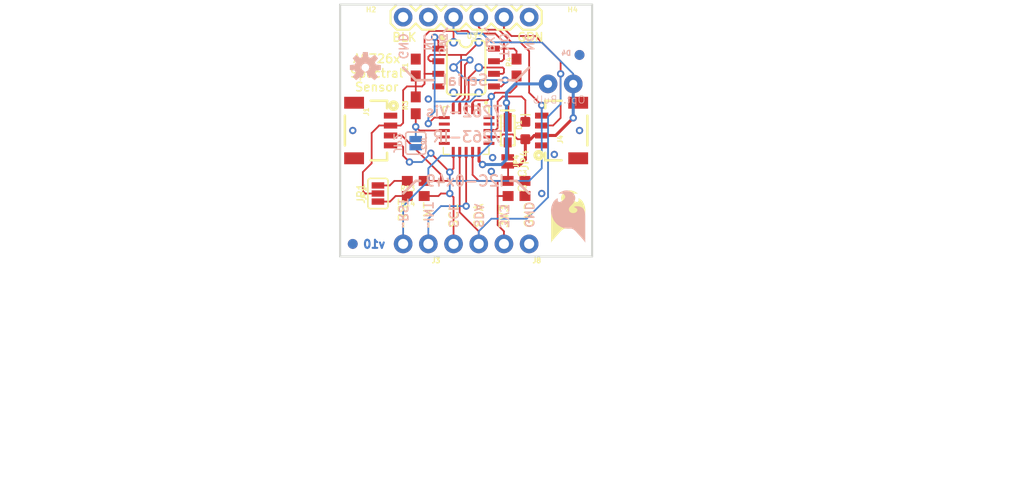
<source format=kicad_pcb>
(kicad_pcb (version 20211014) (generator pcbnew)
  (layers (0 "F.Cu" signal) (31 "B.Cu" signal) (34 "B.Paste" user) (35 "F.Paste" user) (36 "B.SilkS" user "B.Silkscreen") (37 "F.SilkS" user "F.Silkscreen") (38 "B.Mask" user) (39 "F.Mask" user) (44 "Edge.Cuts" user))
  (net 0 "")
  (net 1 "GND")
  (net 2 "RX/SCL")
  (net 3 "TX/SDA")
  (net 4 "3.3V")
  (net 5 "~{RST}")
  (net 6 "~{INT}")
  (net 7 "N$4")
  (net 8 "N$5")
  (net 9 "N$1")
  (net 10 "MISO")
  (net 11 "MOSI")
  (net 12 "SCK")
  (net 13 "~{CS_EE}")
  (net 14 "N$2")
  (net 15 "LED_DRV")
  (net 16 "N$6")
  (footprint "boardEagle:LGA20" (layer "F.Cu") (at 148.5011 105.0036 -90)
    (fp_text reference "U1" (at -1.651 -3.429 90) (layer "F.SilkS") (effects (font (size 0.722986 0.722986) (thickness 0.039014)) (justify right)))
    (fp_text value "IR")
    (pad "1" smd rect (at -2.2 -1.3) (size 0.3 1.1) (layers "F.Cu" "F.Mask"))
    (pad "2" smd rect (at -2.2 -0.65) (size 0.3 1.1) (layers "F.Cu" "F.Mask") (net 5 "~{RST}"))
    (pad "3" smd rect (at -2.2 0) (size 0.3 1.1) (layers "F.Cu" "F.Mask") (net 12 "SCK"))
    (pad "4" smd rect (at -2.2 0.65) (size 0.3 1.1) (layers "F.Cu" "F.Mask") (net 11 "MOSI"))
    (pad "5" smd rect (at -2.2 1.3) (size 0.3 1.1) (layers "F.Cu" "F.Mask") (net 10 "MISO"))
    (pad "6" smd rect (at -1.3 2.2 90) (size 0.3 1.1) (layers "F.Cu" "F.Mask") (net 13 "~{CS_EE}"))
    (pad "7" smd rect (at -0.65 2.2 90) (size 0.3 1.1) (layers "F.Cu" "F.Mask"))
    (pad "8" smd rect (at 0 2.2 90) (size 0.3 1.1) (layers "F.Cu" "F.Mask") (net 9 "N$1"))
    (pad "9" smd rect (at 0.65 2.2 90) (size 0.3 1.1) (layers "F.Cu" "F.Mask"))
    (pad "10" smd rect (at 1.3 2.2 90) (size 0.3 1.1) (layers "F.Cu" "F.Mask"))
    (pad "11" smd rect (at 2.2 1.3 180) (size 0.3 1.1) (layers "F.Cu" "F.Mask") (net 2 "RX/SCL"))
    (pad "12" smd rect (at 2.2 0.65 180) (size 0.3 1.1) (layers "F.Cu" "F.Mask") (net 3 "TX/SDA"))
    (pad "13" smd rect (at 2.2 0 180) (size 0.3 1.1) (layers "F.Cu" "F.Mask") (net 6 "~{INT}"))
    (pad "14" smd rect (at 2.2 -0.65 180) (size 0.3 1.1) (layers "F.Cu" "F.Mask") (net 4 "3.3V"))
    (pad "15" smd rect (at 2.2 -1.3 180) (size 0.3 1.1) (layers "F.Cu" "F.Mask") (net 15 "LED_DRV"))
    (pad "16" smd rect (at 1.3 -2.3 270) (size 0.3 1.1) (layers "F.Cu" "F.Mask") (net 1 "GND"))
    (pad "17" smd rect (at 0.65 -2.3 270) (size 0.3 1.1) (layers "F.Cu" "F.Mask") (net 4 "3.3V"))
    (pad "18" smd rect (at 0 -2.3 270) (size 0.3 1.1) (layers "F.Cu" "F.Mask") (net 14 "N$2"))
    (pad "19" smd rect (at -0.65 -2.3 270) (size 0.3 1.1) (layers "F.Cu" "F.Mask"))
    (pad "20" smd rect (at -1.3 -2.3 270) (size 0.3 1.1) (layers "F.Cu" "F.Mask"))
  )
  (footprint "boardEagle:REVISION" (layer "F.Cu") (at 133.2611 141.8336)
    (fp_text reference "U$2" hide)
    (fp_text value "" hide)
  )
  (footprint "boardEagle:SUPER_BRIGHT_SMD_LED_3014" (layer "F.Cu") (at 152.6921 105.0036 90)
    (fp_text reference "D2" hide)
    (fp_text value "White, 60mA" hide)
    (pad "A" smd rect (at -1.2 0 180) (size 0.8 1) (layers "F.Cu" "F.Mask") (net 16 "N$6"))
    (pad "C" smd rect (at 0.827 0 180) (size 0.8 1.9) (layers "F.Cu" "F.Mask") (net 15 "LED_DRV"))
  )
  (footprint "boardEagle:SMT-JUMPER_3_2-NC_PASTE_SILK" (layer "F.Cu") (at 139.6111 111.3536 90)
    (fp_text reference "JP1" (at 0 -1.143 90) (layer "F.SilkS") (effects (font (size 0.48768 0.48768) (thickness 0.12192)) (justify bottom)))
    (fp_text value "")
    (pad "1" smd rect (at -0.8128 0 90) (size 0.635 1.27) (layers "F.Cu" "F.Mask") (net 8 "N$5"))
    (pad "2" smd rect (at 0 0 90) (size 0.635 1.27) (layers "F.Cu" "F.Mask") (net 4 "3.3V"))
    (pad "3" smd rect (at 0.8128 0 90) (size 0.635 1.27) (layers "F.Cu" "F.Mask") (net 7 "N$4"))
  )
  (footprint "boardEagle:0603" (layer "F.Cu") (at 143.4211 98.6536 90)
    (fp_text reference "C1" (at 0 -0.762 90) (layer "F.SilkS") (effects (font (size 0.48768 0.48768) (thickness 0.12192)) (justify bottom)))
    (fp_text value "1.0uF")
    (pad "1" smd rect (at -0.85 0 90) (size 1.1 1) (layers "F.Cu" "F.Paste" "F.Mask") (net 4 "3.3V"))
    (pad "2" smd rect (at 0.85 0 90) (size 1.1 1) (layers "F.Cu" "F.Paste" "F.Mask") (net 1 "GND"))
  )
  (footprint "boardEagle:STAND-OFF" (layer "F.Cu") (at 138.3411 94.8436)
    (fp_text reference "H2" (at 0 -2.032) (layer "F.SilkS") (effects (font (size 0.512064 0.512064) (thickness 0.097536)) (justify left)))
    (fp_text value "STAND-OFF" hide)
    (pad "" np_thru_hole circle (at 0 0) (size 3.302 3.302) (drill 3.302) (layers *.Cu *.Mask))
  )
  (footprint "boardEagle:0603" (layer "F.Cu") (at 153.5811 98.6536 90)
    (fp_text reference "R4" (at 0 -0.762 90) (layer "F.SilkS") (effects (font (size 0.512064 0.512064) (thickness 0.097536)) (justify left)))
    (fp_text value "10k")
    (pad "1" smd rect (at -0.85 0 90) (size 1.1 1) (layers "F.Cu" "F.Paste" "F.Mask") (net 5 "~{RST}"))
    (pad "2" smd rect (at 0.85 0 90) (size 1.1 1) (layers "F.Cu" "F.Paste" "F.Mask") (net 4 "3.3V"))
  )
  (footprint "boardEagle:LED-0603" (layer "F.Cu") (at 154.4701 105.0036 90)
    (fp_text reference "D1" (at 0 -0.635 90) (layer "F.SilkS") (effects (font (size 0.512064 0.512064) (thickness 0.097536)) (justify left)))
    (fp_text value "BLUE")
    (pad "A" smd roundrect (at -0.877 0) (size 1 1) (layers "F.Cu" "F.Paste" "F.Mask") (roundrect_rratio 0.15) (net 4 "3.3V"))
    (pad "C" smd roundrect (at 0.877 0) (size 1 1) (layers "F.Cu" "F.Paste" "F.Mask") (roundrect_rratio 0.15) (net 14 "N$2"))
  )
  (footprint "boardEagle:STAND-OFF" (layer "F.Cu") (at 158.6611 94.8436)
    (fp_text reference "H4" (at 0 -2.032) (layer "F.SilkS") (effects (font (size 0.512064 0.512064) (thickness 0.097536)) (justify left)))
    (fp_text value "STAND-OFF" hide)
    (pad "" np_thru_hole circle (at 0 0) (size 3.302 3.302) (drill 3.302) (layers *.Cu *.Mask))
  )
  (footprint "boardEagle:0603" (layer "F.Cu") (at 143.4211 102.4636 90)
    (fp_text reference "R3" (at 0 -0.762 90) (layer "F.SilkS") (effects (font (size 0.48768 0.48768) (thickness 0.12192)) (justify bottom)))
    (fp_text value "10k")
    (pad "1" smd rect (at -0.85 0 90) (size 1.1 1) (layers "F.Cu" "F.Paste" "F.Mask") (net 9 "N$1"))
    (pad "2" smd rect (at 0.85 0 90) (size 1.1 1) (layers "F.Cu" "F.Paste" "F.Mask") (net 4 "3.3V"))
  )
  (footprint "boardEagle:SFE_LOGO_FLAME_.2" (layer "F.Cu") (at 156.7561 116.4336)
    (fp_text reference "LOGO1" hide)
    (fp_text value "SFE_LOGO_FLAME.2_INCH" hide)
  )
  (footprint "boardEagle:1X04_1MM_RA" (layer "F.Cu") (at 156.1211 105.0036 90)
    (fp_text reference "J4" (at -1.397 2.159 90) (layer "F.SilkS") (effects (font (size 0.48768 0.48768) (thickness 0.12192)) (justify left bottom)))
    (fp_text value "Qwiic Right Angle")
    (pad "1" smd rect (at -1.5 0 90) (size 0.6 1.35) (layers "F.Cu" "F.Paste" "F.Mask") (net 1 "GND"))
    (pad "2" smd rect (at -0.5 0 90) (size 0.6 1.35) (layers "F.Cu" "F.Paste" "F.Mask") (net 4 "3.3V"))
    (pad "3" smd rect (at 0.5 0 90) (size 0.6 1.35) (layers "F.Cu" "F.Paste" "F.Mask") (net 3 "TX/SDA"))
    (pad "4" smd rect (at 1.5 0 90) (size 0.6 1.35) (layers "F.Cu" "F.Paste" "F.Mask") (net 2 "RX/SCL"))
    (pad "NC1" smd rect (at 2.8 3.675 90) (size 1.2 2) (layers "F.Cu" "F.Paste" "F.Mask"))
    (pad "NC2" smd rect (at -2.8 3.675 90) (size 1.2 2) (layers "F.Cu" "F.Paste" "F.Mask"))
  )
  (footprint "boardEagle:0603" (layer "F.Cu") (at 143.4211 111.6076 180)
    (fp_text reference "R14" (at 0 -0.762) (layer "F.SilkS") (effects (font (size 0.512064 0.512064) (thickness 0.097536)) (justify right)))
    (fp_text value "4.7k")
    (pad "1" smd rect (at -0.85 0 180) (size 1.1 1) (layers "F.Cu" "F.Paste" "F.Mask") (net 2 "RX/SCL"))
    (pad "2" smd rect (at 0.85 0 180) (size 1.1 1) (layers "F.Cu" "F.Paste" "F.Mask") (net 8 "N$5"))
  )
  (footprint "boardEagle:FTDI_BASIC" (layer "F.Cu") (at 154.8511 93.5736 180)
    (fp_text reference "J2" (at 4.572 -1.651) (layer "F.SilkS") (effects (font (size 0.512064 0.512064) (thickness 0.097536)) (justify right)))
    (fp_text value "Serial Interface" hide)
    (pad "CTS" thru_hole circle (at 10.16 0 270) (size 1.8796 1.8796) (drill 1.016) (layers *.Cu *.Mask))
    (pad "DTR" thru_hole circle (at 0 0 270) (size 1.8796 1.8796) (drill 1.016) (layers *.Cu *.Mask))
    (pad "GND" thru_hole circle (at 12.7 0 270) (size 1.8796 1.8796) (drill 1.016) (layers *.Cu *.Mask) (net 1 "GND"))
    (pad "RXI" thru_hole circle (at 2.54 0 270) (size 1.8796 1.8796) (drill 1.016) (layers *.Cu *.Mask) (net 3 "TX/SDA"))
    (pad "TXO" thru_hole circle (at 5.08 0 270) (size 1.8796 1.8796) (drill 1.016) (layers *.Cu *.Mask) (net 2 "RX/SCL"))
    (pad "VCC" thru_hole circle (at 7.62 0 270) (size 1.8796 1.8796) (drill 1.016) (layers *.Cu *.Mask) (net 4 "3.3V"))
  )
  (footprint "boardEagle:0603" (layer "F.Cu") (at 153.5811 110.0836)
    (fp_text reference "C3" (at 0 -0.762) (layer "F.SilkS") (effects (font (size 0.512064 0.512064) (thickness 0.097536)) (justify left)))
    (fp_text value "10uF")
    (pad "1" smd rect (at -0.85 0) (size 1.1 1) (layers "F.Cu" "F.Paste" "F.Mask") (net 4 "3.3V"))
    (pad "2" smd rect (at 0.85 0) (size 1.1 1) (layers "F.Cu" "F.Paste" "F.Mask") (net 1 "GND"))
  )
  (footprint "boardEagle:FIDUCIAL-1X2" (layer "F.Cu") (at 137.0711 116.4336)
    (fp_text reference "FD1" hide)
    (fp_text value "FIDUCIAL1X2" hide)
    (pad "1" smd roundrect (at 0 0) (size 1 1) (layers "F.Cu" "F.Mask") (roundrect_rratio 0.5))
  )
  (footprint "boardEagle:0603" (layer "F.Cu") (at 153.5811 111.6076)
    (fp_text reference "C2" (at 0 -0.762) (layer "F.SilkS") (effects (font (size 0.512064 0.512064) (thickness 0.097536)) (justify left)))
    (fp_text value "1.0uF")
    (pad "1" smd rect (at -0.85 0) (size 1.1 1) (layers "F.Cu" "F.Paste" "F.Mask") (net 4 "3.3V"))
    (pad "2" smd rect (at 0.85 0) (size 1.1 1) (layers "F.Cu" "F.Paste" "F.Mask") (net 1 "GND"))
  )
  (footprint "boardEagle:FIDUCIAL-1X2" (layer "F.Cu") (at 159.9311 97.3836)
    (fp_text reference "FD2" hide)
    (fp_text value "FIDUCIAL1X2" hide)
    (pad "1" smd roundrect (at 0 0) (size 1 1) (layers "F.Cu" "F.Mask") (roundrect_rratio 0.5))
  )
  (footprint "boardEagle:1X04_NO_SILK" (layer "F.Cu") (at 154.8511 116.4336 180)
    (fp_text reference "J8" (at -1.27 -1.397 180) (layer "F.SilkS") (effects (font (size 0.48768 0.48768) (thickness 0.12192)) (justify right top)))
    (fp_text value "")
    (pad "1" thru_hole circle (at 0 0 270) (size 1.8796 1.8796) (drill 1.016) (layers *.Cu *.Mask) (net 1 "GND"))
    (pad "2" thru_hole circle (at 2.54 0 270) (size 1.8796 1.8796) (drill 1.016) (layers *.Cu *.Mask) (net 4 "3.3V"))
    (pad "3" thru_hole circle (at 5.08 0 270) (size 1.8796 1.8796) (drill 1.016) (layers *.Cu *.Mask) (net 3 "TX/SDA"))
    (pad "4" thru_hole circle (at 7.62 0 270) (size 1.8796 1.8796) (drill 1.016) (layers *.Cu *.Mask) (net 2 "RX/SCL"))
  )
  (footprint "boardEagle:SO08" (layer "F.Cu") (at 148.5011 98.6536 -90)
    (fp_text reference "U3" (at -3.175 0) (layer "F.SilkS") (effects (font (size 0.512064 0.512064) (thickness 0.097536)) (justify left)))
    (fp_text value "4MB Flash")
    (pad "1" smd rect (at -1.905 2.8 270) (size 0.6 1.2) (layers "F.Cu" "F.Paste" "F.Mask") (net 13 "~{CS_EE}"))
    (pad "2" smd rect (at -0.635 2.8 270) (size 0.6 1.2) (layers "F.Cu" "F.Paste" "F.Mask") (net 10 "MISO"))
    (pad "3" smd rect (at 0.635 2.8 270) (size 0.6 1.2) (layers "F.Cu" "F.Paste" "F.Mask") (net 4 "3.3V"))
    (pad "4" smd rect (at 1.905 2.8 270) (size 0.6 1.2) (layers "F.Cu" "F.Paste" "F.Mask") (net 1 "GND"))
    (pad "5" smd rect (at 1.905 -2.8 270) (size 0.6 1.2) (layers "F.Cu" "F.Paste" "F.Mask") (net 11 "MOSI"))
    (pad "6" smd rect (at 0.635 -2.8 270) (size 0.6 1.2) (layers "F.Cu" "F.Paste" "F.Mask") (net 12 "SCK"))
    (pad "7" smd rect (at -0.635 -2.8 270) (size 0.6 1.2) (layers "F.Cu" "F.Paste" "F.Mask") (net 4 "3.3V"))
    (pad "8" smd rect (at -1.905 -2.8 270) (size 0.6 1.2) (layers "F.Cu" "F.Paste" "F.Mask") (net 4 "3.3V"))
  )
  (footprint "boardEagle:SMT-JUMPER_2_NC_PASTE_NO-SILK" (layer "F.Cu") (at 152.6921 108.1151 -90)
    (fp_text reference "JP4" (at 0 -1.143 -90) (layer "F.SilkS") (effects (font (size 0.48768 0.48768) (thickness 0.12192)) (justify bottom)))
    (fp_text value "")
    (pad "1" smd rect (at -0.4064 0 270) (size 0.635 1.27) (layers "F.Cu" "F.Mask") (net 16 "N$6"))
    (pad "2" smd rect (at 0.4064 0 270) (size 0.635 1.27) (layers "F.Cu" "F.Mask") (net 4 "3.3V"))
  )
  (footprint "boardEagle:0603" (layer "F.Cu") (at 143.4211 110.0836 180)
    (fp_text reference "R13" (at 0 -0.762) (layer "F.SilkS") (effects (font (size 0.512064 0.512064) (thickness 0.097536)) (justify right)))
    (fp_text value "4.7k")
    (pad "1" smd rect (at -0.85 0 180) (size 1.1 1) (layers "F.Cu" "F.Paste" "F.Mask") (net 3 "TX/SDA"))
    (pad "2" smd rect (at 0.85 0 180) (size 1.1 1) (layers "F.Cu" "F.Paste" "F.Mask") (net 7 "N$4"))
  )
  (footprint "boardEagle:1X04_1MM_RA" (layer "F.Cu") (at 140.8811 105.0036 -90)
    (fp_text reference "J1" (at -1.397 2.159 -90) (layer "F.SilkS") (effects (font (size 0.48768 0.48768) (thickness 0.12192)) (justify left bottom)))
    (fp_text value "Qwiic Right Angle")
    (pad "1" smd rect (at -1.5 0 270) (size 0.6 1.35) (layers "F.Cu" "F.Paste" "F.Mask") (net 1 "GND"))
    (pad "2" smd rect (at -0.5 0 270) (size 0.6 1.35) (layers "F.Cu" "F.Paste" "F.Mask") (net 4 "3.3V"))
    (pad "3" smd rect (at 0.5 0 270) (size 0.6 1.35) (layers "F.Cu" "F.Paste" "F.Mask") (net 3 "TX/SDA"))
    (pad "4" smd rect (at 1.5 0 270) (size 0.6 1.35) (layers "F.Cu" "F.Paste" "F.Mask") (net 2 "RX/SCL"))
    (pad "NC1" smd rect (at 2.8 3.675 270) (size 1.2 2) (layers "F.Cu" "F.Paste" "F.Mask"))
    (pad "NC2" smd rect (at -2.8 3.675 270) (size 1.2 2) (layers "F.Cu" "F.Paste" "F.Mask"))
  )
  (footprint "boardEagle:1X02_NO_SILK" (layer "F.Cu") (at 144.6911 116.4336 180)
    (fp_text reference "J3" (at -1.27 -1.397 180) (layer "F.SilkS") (effects (font (size 0.48768 0.48768) (thickness 0.12192)) (justify right top)))
    (fp_text value "")
    (pad "1" thru_hole circle (at 0 0 270) (size 1.8796 1.8796) (drill 1.016) (layers *.Cu *.Mask) (net 6 "~{INT}"))
    (pad "2" thru_hole circle (at 2.54 0 270) (size 1.8796 1.8796) (drill 1.016) (layers *.Cu *.Mask) (net 5 "~{RST}"))
  )
  (footprint "boardEagle:CREATIVE_COMMONS" (layer "F.Cu") (at 121.8311 139.2936)
    (fp_text reference "FRAME1" hide)
    (fp_text value "FRAME-LETTER" hide)
  )
  (footprint "boardEagle:OSHW-LOGO-S" (layer "B.Cu") (at 138.3411 98.6536 180)
    (fp_text reference "LOGO4" hide)
    (fp_text value "OSHW-LOGOS" hide)
  )
  (footprint "boardEagle:SFE_LOGO_FLAME_.2" (layer "B.Cu") (at 160.8201 116.4336 180)
    (fp_text reference "LOGO2" hide)
    (fp_text value "SFE_LOGO_FLAME.2_INCH" hide)
  )
  (footprint "boardEagle:SMT-JUMPER_2_NO_SILK" (layer "B.Cu") (at 143.4211 106.2736 90)
    (fp_text reference "JP2" (at 0 1.143 270) (layer "B.SilkS") (effects (font (size 0.48768 0.48768) (thickness 0.12192)) (justify bottom mirror)))
    (fp_text value "")
    (pad "1" smd rect (at -0.4064 0 90) (size 0.635 1.27) (layers "B.Cu" "B.Mask") (net 1 "GND"))
    (pad "2" smd rect (at 0.4064 0 90) (size 0.635 1.27) (layers "B.Cu" "B.Mask") (net 9 "N$1"))
  )
  (footprint "boardEagle:2X3_TEST_POINTS" (layer "B.Cu") (at 148.5011 98.6536 -90)
    (fp_text reference "J5" (at -3.048 2.032 90) (layer "B.SilkS") (effects (font (size 0.48768 0.48768) (thickness 0.12192)) (justify left bottom mirror)))
    (fp_text value "Flash Programming")
    (pad "1" thru_hole circle (at -2.54 -1.27 270) (size 0.8636 0.8636) (drill 0.508) (layers *.Cu) (net 10 "MISO"))
    (pad "2" thru_hole circle (at -2.54 1.27 270) (size 0.8636 0.8636) (drill 0.508) (layers *.Cu) (net 4 "3.3V"))
    (pad "3" thru_hole circle (at 0 -1.27 270) (size 0.8636 0.8636) (drill 0.508) (layers *.Cu) (net 12 "SCK"))
    (pad "4" thru_hole circle (at 0 1.27 270) (size 0.8636 0.8636) (drill 0.508) (layers *.Cu) (net 11 "MOSI"))
    (pad "5" thru_hole circle (at 2.54 -1.27 270) (size 0.8636 0.8636) (drill 0.508) (layers *.Cu) (net 13 "~{CS_EE}"))
    (pad "6" thru_hole circle (at 2.54 1.27 270) (size 0.8636 0.8636) (drill 0.508) (layers *.Cu) (net 1 "GND"))
  )
  (footprint "boardEagle:LED_5MM_NOSILK" (layer "B.Cu") (at 158.0261 100.3046 180)
    (fp_text reference "D4" (at 0 3.3909) (layer "B.SilkS") (effects (font (size 0.48768 0.48768) (thickness 0.12192)) (justify right top mirror)))
    (fp_text value "Incandescent")
    (pad "A" thru_hole circle (at -1.27 0 180) (size 1.8796 1.8796) (drill 0.8128) (layers *.Cu *.Mask) (net 4 "3.3V"))
    (pad "K" thru_hole circle (at 1.27 0 180) (size 1.8796 1.8796) (drill 0.8128) (layers *.Cu *.Mask) (net 15 "LED_DRV"))
  )
  (footprint "boardEagle:FIDUCIAL-1X2" (layer "B.Cu") (at 159.9311 97.3836 180)
    (fp_text reference "FD4" hide)
    (fp_text value "FIDUCIAL1X2" hide)
    (pad "1" smd roundrect (at 0 0 180) (size 1 1) (layers "B.Cu" "B.Mask") (roundrect_rratio 0.5))
  )
  (footprint "boardEagle:FIDUCIAL-1X2" (layer "B.Cu") (at 137.0711 116.4336 180)
    (fp_text reference "FD3" hide)
    (fp_text value "FIDUCIAL1X2" hide)
    (pad "1" smd roundrect (at 0 0 180) (size 1 1) (layers "B.Cu" "B.Mask") (roundrect_rratio 0.5))
  )
  (gr_line (start 143.4211 99.9236) (end 142.1511 98.6536) (layer "B.SilkS") (width 0.254))
  (gr_line (start 146.2151 95.0976) (end 146.5961 94.7166) (layer "B.SilkS") (width 0.2032))
  (gr_line (start 153.5811 110.0836) (end 152.9461 110.0836) (layer "B.SilkS") (width 0.254))
  (gr_line (start 153.5811 110.0836) (end 154.8511 111.3536) (layer "B.SilkS") (width 0.254))
  (gr_line (start 143.4211 110.0836) (end 142.1511 111.3536) (layer "B.SilkS") (width 0.254))
  (gr_line (start 151.8031 99.9236) (end 153.5811 99.9236) (layer "B.SilkS") (width 0.254))
  (gr_line (start 150.7871 95.0976) (end 150.4061 94.7166) (layer "B.SilkS") (width 0.2032))
  (gr_line (start 153.5811 99.9236) (end 154.8511 98.6536) (layer "B.SilkS") (width 0.254))
  (gr_line (start 143.4211 110.0836) (end 143.8656 110.0836) (layer "B.SilkS") (width 0.254))
  (gr_line (start 145.1991 99.9236) (end 143.4211 99.9236) (layer "B.SilkS") (width 0.254))
  (gr_line (start 161.2011 92.3036) (end 161.2011 117.7036) (layer "Edge.Cuts") (width 0.2032))
  (gr_line (start 135.8011 117.7036) (end 135.8011 92.3036) (layer "Edge.Cuts") (width 0.2032))
  (gr_line (start 135.8011 92.3036) (end 161.2011 92.3036) (layer "Edge.Cuts") (width 0.2032))
  (gr_line (start 161.2011 117.7036) (end 135.8011 117.7036) (layer "Edge.Cuts") (width 0.2032))
  (gr_text "v10" (at 139.2301 116.9416) (layer "B.Cu") (effects (font (size 0.8128 0.8128) (thickness 0.2032)) (justify bottom mirror)))
  (gr_text "SDA" (at 149.7711 114.9096 -90) (layer "B.SilkS") (effects (font (size 0.8636 0.8636) (thickness 0.1524)) (justify left mirror)))
  (gr_text "7262-Vis" (at 152.3111 103.0986) (layer "B.SilkS") (effects (font (size 1.0795 1.0795) (thickness 0.1905)) (justify left mirror)))
  (gr_text "Opt. Bulb" (at 160.5661 102.3366) (layer "B.SilkS") (effects (font (size 0.747776 0.747776) (thickness 0.065024)) (justify left bottom mirror)))
  (gr_text "SCL" (at 147.2311 114.9096 -90) (layer "B.SilkS") (effects (font (size 0.8636 0.8636) (thickness 0.1524)) (justify left mirror)))
  (gr_text "7263-IR" (at 152.3111 105.6386) (layer "B.SilkS") (effects (font (size 1.0795 1.0795) (thickness 0.1905)) (justify left mirror)))
  (gr_text "I2C-0x49" (at 148.3741 110.0836) (layer "B.SilkS") (effects (font (size 1.0795 1.0795) (thickness 0.1905)) (justify mirror)))
  (gr_text "GND" (at 142.1511 95.0976 -90) (layer "B.SilkS") (effects (font (size 0.8636 0.8636) (thickness 0.1524)) (justify right mirror)))
  (gr_text "NC" (at 154.8511 95.0976 -90) (layer "B.SilkS") (effects (font (size 0.8636 0.8636) (thickness 0.1524)) (justify right mirror)))
  (gr_text "RXI" (at 150.9141 95.0976 -90) (layer "B.SilkS") (effects (font (size 0.77724 0.77724) (thickness 0.13716)) (justify right mirror)))
  (gr_text "TXO" (at 152.3111 95.0976 -90) (layer "B.SilkS") (effects (font (size 0.8636 0.8636) (thickness 0.1524)) (justify right mirror)))
  (gr_text "NC" (at 144.6911 95.0976 -90) (layer "B.SilkS") (effects (font (size 0.8636 0.8636) (thickness 0.1524)) (justify right mirror)))
  (gr_text "3V3" (at 152.3111 114.9096 -90) (layer "B.SilkS") (effects (font (size 0.8636 0.8636) (thickness 0.1524)) (justify left mirror)))
  (gr_text "3V3" (at 146.1516 95.0976 -90) (layer "B.SilkS") (effects (font (size 0.77724 0.77724) (thickness 0.13716)) (justify right mirror)))
  (gr_text "~RST" (at 142.1511 114.9096 -90) (layer "B.SilkS") (effects (font (size 0.8636 0.8636) (thickness 0.1524)) (justify left mirror)))
  (gr_text "Serial" (at 148.3741 99.9236) (layer "B.SilkS") (effects (font (size 1.0795 1.0795) (thickness 0.1905)) (justify mirror)))
  (gr_text "GND" (at 154.8511 114.9096 -90) (layer "B.SilkS") (effects (font (size 0.8636 0.8636) (thickness 0.1524)) (justify left mirror)))
  (gr_text "~INT" (at 144.6911 114.9096 -90) (layer "B.SilkS") (effects (font (size 0.8636 0.8636) (thickness 0.1524)) (justify left mirror)))
  (gr_text "JP2" (at 141.1351 106.2736 -90) (layer "B.SilkS") (effects (font (size 0.75565 0.75565) (thickness 0.13335)) (justify bottom mirror)))
  (gr_text "Spectral\nSensor" (at 139.4841 99.9236) (layer "F.SilkS") (effects (font (size 0.8636 0.8636) (thickness 0.1524))))
  (gr_text "JP1" (at 138.3411 111.3536 90) (layer "F.SilkS") (effects (font (size 0.75565 0.75565) (thickness 0.13335)) (justify bottom)))
  (gr_text "BLK" (at 142.2781 95.6056) (layer "F.SilkS") (effects (font (size 0.8636 0.8636) (thickness 0.1524))))
  (gr_text "3V3" (at 152.3111 114.9096 90) (layer "F.SilkS") (effects (font (size 0.8636 0.8636) (thickness 0.1524)) (justify left)))
  (gr_text "JP4" (at 154.8511 107.9881 90) (layer "F.SilkS") (effects (font (size 0.75565 0.75565) (thickness 0.13335)) (justify bottom)))
  (gr_text "~INT" (at 144.6911 114.9096 90) (layer "F.SilkS") (effects (font (size 0.8636 0.8636) (thickness 0.1524)) (justify left)))
  (gr_text "SDA" (at 149.7711 114.9096 90) (layer "F.SilkS") (effects (font (size 0.8636 0.8636) (thickness 0.1524)) (justify left)))
  (gr_text "GRN" (at 154.9781 95.6056) (layer "F.SilkS") (effects (font (size 0.8636 0.8636) (thickness 0.1524))))
  (gr_text "SCL" (at 147.2311 114.9096 90) (layer "F.SilkS") (effects (font (size 0.8636 0.8636) (thickness 0.1524)) (justify left)))
  (gr_text "GND" (at 154.8511 114.9096 90) (layer "F.SilkS") (effects (font (size 0.8636 0.8636) (thickness 0.1524)) (justify left)))
  (gr_text "AS726x" (at 139.4841 97.7646) (layer "F.SilkS") (effects (font (size 0.8636 0.8636) (thickness 0.1524))))
  (gr_text "~RST" (at 142.1511 114.9096 90) (layer "F.SilkS") (effects (font (size 0.8636 0.8636) (thickness 0.1524)) (justify left)))
  (via (at 137.0711 105.0036) (size 0.7366) (drill 0.381) (layers "F.Cu" "B.Cu") (net 1))
  (via (at 156.1211 111.3536) (size 0.7366) (drill 0.381) (layers "F.Cu" "B.Cu") (net 1))
  (via (at 144.6911 101.8286) (size 0.7366) (drill 0.381) (layers "F.Cu" "B.Cu") (net 1))
  (via (at 157.3911 107.4166) (size 0.7366) (drill 0.381) (layers "F.Cu" "B.Cu") (net 1))
  (via (at 151.1681 107.7341) (size 0.7366) (drill 0.381) (layers "F.Cu" "B.Cu") (net 1))
  (via (at 151.0411 109.1311) (size 0.7366) (drill 0.381) (layers "F.Cu" "B.Cu") (net 1))
  (via (at 159.9311 105.0036) (size 0.7366) (drill 0.381) (layers "F.Cu" "B.Cu") (net 1))
  (segment (start 154.8511 97.0026) (end 153.9621 96.1136) (width 0.1778) (layer "F.Cu") (net 2))
  (segment (start 151.8031 94.8436) (end 153.0731 96.1136) (width 0.1778) (layer "F.Cu") (net 2))
  (segment (start 140.8811 106.5036) (end 142.0001 106.5036) (width 0.1778) (layer "F.Cu") (net 2))
  (segment (start 146.8501 111.3536) (end 147.2311 111.7346) (width 0.1778) (layer "F.Cu") (net 2))
  (segment (start 150.0251 94.8436) (end 149.7711 94.5896) (width 0.1778) (layer "F.Cu") (net 2))
  (segment (start 144.9451 107.2896) (end 146.8501 109.1946) (width 0.1778) (layer "F.Cu") (net 2))
  (segment (start 156.1211 102.4636) (end 154.8511 101.1936) (width 0.1778) (layer "F.Cu") (net 2))
  (segment (start 147.2311 111.7346) (end 147.2311 116.4336) (width 0.1778) (layer "F.Cu") (net 2))
  (segment (start 153.0731 96.1136) (end 153.9621 96.1136) (width 0.1778) (layer "F.Cu") (net 2))
  (segment (start 149.7711 94.5896) (end 149.7711 93.5736) (width 0.1778) (layer "F.Cu") (net 2))
  (segment (start 150.0251 94.8436) (end 151.8031 94.8436) (width 0.1778) (layer "F.Cu") (net 2))
  (segment (start 144.2711 111.6076) (end 145.7071 111.6076) (width 0.1778) (layer "F.Cu") (net 2))
  (segment (start 145.7071 111.6076) (end 145.9611 111.3536) (width 0.1778) (layer "F.Cu") (net 2))
  (segment (start 142.0001 106.5036) (end 142.1511 106.6546) (width 0.1778) (layer "F.Cu") (net 2))
  (segment (start 146.8501 109.1946) (end 147.2311 108.8136) (width 0.1778) (layer "F.Cu") (net 2))
  (segment (start 154.8511 101.1936) (end 154.8511 97.0026) (width 0.1778) (layer "F.Cu") (net 2))
  (segment (start 147.2311 108.8136) (end 147.2311 107.2336) (width 0.1778) (layer "F.Cu") (net 2))
  (segment (start 142.1511 106.6546) (end 142.1511 107.5436) (width 0.1778) (layer "F.Cu") (net 2))
  (segment (start 142.1511 107.5436) (end 142.7861 108.1786) (width 0.1778) (layer "F.Cu") (net 2))
  (segment (start 147.2311 107.2336) (end 147.2011 107.2036) (width 0.1778) (layer "F.Cu") (net 2))
  (segment (start 156.1211 103.5036) (end 156.1211 102.4636) (width 0.1778) (layer "F.Cu") (net 2))
  (segment (start 145.9611 111.3536) (end 146.8501 111.3536) (width 0.1778) (layer "F.Cu") (net 2))
  (via (at 146.8501 111.3536) (size 0.7366) (drill 0.381) (layers "F.Cu" "B.Cu") (net 2))
  (via (at 156.1211 102.4636) (size 0.7366) (drill 0.381) (layers "F.Cu" "B.Cu") (net 2))
  (via (at 144.9451 107.2896) (size 0.7366) (drill 0.381) (layers "F.Cu" "B.Cu") (net 2))
  (via (at 142.7861 108.1786) (size 0.7366) (drill 0.381) (layers "F.Cu" "B.Cu") (net 2))
  (via (at 146.8501 109.1946) (size 0.7366) (drill 0.381) (layers "F.Cu" "B.Cu") (net 2))
  (segment (start 156.1211 108.8136) (end 156.1211 102.4636) (width 0.1778) (layer "B.Cu") (net 2))
  (segment (start 154.8511 110.0836) (end 146.8501 110.0836) (width 0.1778) (layer "B.Cu") (net 2))
  (segment (start 146.8501 111.3536) (end 146.8501 110.0836) (width 0.1778) (layer "B.Cu") (net 2))
  (segment (start 154.8511 110.0836) (end 156.1211 108.8136) (width 0.1778) (layer "B.Cu") (net 2))
  (segment (start 142.7861 108.1786) (end 144.0561 108.1786) (width 0.1778) (layer "B.Cu") (net 2))
  (segment (start 146.8501 110.0836) (end 146.8501 109.1946) (width 0.1778) (layer "B.Cu") (net 2))
  (segment (start 144.0561 108.1786) (end 144.9451 107.2896) (width 0.1778) (layer "B.Cu") (net 2))
  (segment (start 157.2641 104.4956) (end 158.0261 103.7336) (width 0.1778) (layer "F.Cu") (net 3))
  (segment (start 156.1291 104.4956) (end 156.1211 104.5036) (width 0.1778) (layer "F.Cu") (net 3))
  (segment (start 149.7711 116.4336) (end 149.7711 115.1636) (width 0.1778) (layer "F.Cu") (net 3))
  (segment (start 144.2711 110.0836) (end 145.9611 110.0836) (width 0.1778) (layer "F.Cu") (net 3))
  (segment (start 158.0261 103.7336) (end 158.0261 99.2886) (width 0.1778) (layer "F.Cu") (net 3))
  (segment (start 152.3111 93.5736) (end 152.3111 94.7166) (width 0.1778) (layer "F.Cu") (net 3))
  (segment (start 142.0161 105.5036) (end 145.9611 109.4486) (width 0.1778) (layer "F.Cu") (net 3))
  (segment (start 147.8511 110.0836) (end 147.8511 113.2436) (width 0.1778) (layer "F.Cu") (net 3))
  (segment (start 140.8811 105.5036) (end 142.0161 105.5036) (width 0.1778) (layer "F.Cu") (net 3))
  (segment (start 158.0261 98.0186) (end 158.0261 99.2886) (width 0.1778) (layer "F.Cu") (net 3))
  (segment (start 149.7711 115.1636) (end 147.8511 113.2436) (width 0.1778) (layer "F.Cu") (net 3))
  (segment (start 145.9611 109.4486) (end 145.9611 110.0836) (width 0.1778) (layer "F.Cu") (net 3))
  (segment (start 155.4861 95.4786) (end 158.0261 98.0186) (width 0.1778) (layer "F.Cu") (net 3))
  (segment (start 152.3111 94.7166) (end 153.0731 95.4786) (width 0.1778) (layer "F.Cu") (net 3))
  (segment (start 145.9611 110.0836) (end 147.8511 110.0836) (width 0.1778) (layer "F.Cu") (net 3))
  (segment (start 153.0731 95.4786) (end 155.4861 95.4786) (width 0.1778) (layer "F.Cu") (net 3))
  (segment (start 147.8511 107.2036) (end 147.8511 110.0836) (width 0.1778) (layer "F.Cu") (net 3))
  (segment (start 156.1291 104.4956) (end 157.2641 104.4956) (width 0.1778) (layer "F.Cu") (net 3))
  (via (at 158.0261 99.2886) (size 0.7366) (drill 0.381) (layers "F.Cu" "B.Cu") (net 3))
  (segment (start 151.0411 113.8936) (end 154.5971 113.8936) (width 0.1778) (layer "B.Cu") (net 3))
  (segment (start 151.0411 113.8936) (end 149.7711 115.1636) (width 0.1778) (layer "B.Cu") (net 3))
  (segment (start 156.7561 111.7346) (end 156.7561 103.6066) (width 0.1778) (layer "B.Cu") (net 3))
  (segment (start 154.5971 113.8936) (end 156.7561 111.7346) (width 0.1778) (layer "B.Cu") (net 3))
  (segment (start 158.0261 102.3366) (end 158.0261 99.2886) (width 0.1778) (layer "B.Cu") (net 3))
  (segment (start 156.7561 103.6066) (end 158.0261 102.3366) (width 0.1778) (layer "B.Cu") (net 3))
  (segment (start 149.7711 115.1636) (end 149.7711 116.4336) (width 0.1778) (layer "B.Cu") (net 3))
  (segment (start 152.1841 105.3973) (end 153.2001 105.3973) (width 0.1778) (layer "F.Cu") (net 4))
  (segment (start 156.1211 105.5036) (end 155.3671 105.5036) (width 0.3048) (layer "F.Cu") (net 4))
  (segment (start 153.8732 108.5215) (end 152.6921 108.5215) (width 0.3048) (layer "F.Cu") (net 4))
  (segment (start 153.5811 97.0026) (end 153.3271 96.7486) (width 0.1778) (layer "F.Cu") (net 4))
  (segment (start 151.6761 110.0836) (end 151.6761 111.6076) (width 0.1778) (layer "F.Cu") (net 4))
  (segment (start 154.4701 107.9246) (end 154.4701 105.8806) (width 0.3048) (layer "F.Cu") (net 4))
  (segment (start 140.8731 104.4956) (end 140.8811 104.5036) (width 0.1778) (layer "F.Cu") (net 4))
  (segment (start 138.3411 111.3536) (end 138.0871 111.0996) (width 0.1778) (layer "F.Cu") (net 4))
  (segment (start 151.6761 111.6076) (end 151.6761 114.5286) (width 0.1778) (layer "F.Cu") (net 4))
  (segment (start 144.3101 100.3046) (end 144.0561 100.5586) (width 0.1778) (layer "F.Cu") (net 4))
  (segment (start 152.3111 96.7486) (end 152.3111 97.8036) (width 0.1778) (layer "F.Cu") (net 4))
  (segment (start 151.4221 95.2246) (end 152.3111 96.1136) (width 0.1778) (layer "F.Cu") (net 4))
  (segment (start 141.8891 104.5036) (end 142.1511 104.2416) (width 0.1778) (layer "F.Cu") (net 4))
  (segment (start 151.9278 105.6536) (end 152.1841 105.3973) (width 0.1778) (layer "F.Cu") (net 4))
  (segment (start 153.3271 96.7486) (end 152.3111 96.7486) (width 0.1778) (layer "F.Cu") (net 4))
  (segment (start 148.8821 95.2246) (end 151.4221 95.2246) (width 0.1778) (layer "F.Cu") (net 4))
  (segment (start 153.8732 108.5215) (end 154.4701 107.9246) (width 0.3048) (layer "F.Cu") (net 4))
  (segment (start 143.4211 99.5036) (end 143.4211 100.5586) (width 0.1778) (layer "F.Cu") (net 4))
  (segment (start 156.1291 105.5116) (end 156.1211 105.5036) (width 0.1778) (layer "F.Cu") (net 4))
  (segment (start 151.6761 110.0836) (end 149.7711 110.0836) (width 0.1778) (layer "F.Cu") (net 4))
  (segment (start 142.1511 104.2416) (end 142.1511 100.9396) (width 0.1778) (layer "F.Cu") (net 4))
  (segment (start 154.4701 105.8806) (end 153.6834 105.8806) (width 0.1778) (layer "F.Cu") (net 4))
  (segment (start 149.1511 109.4636) (end 149.7711 110.0836) (width 0.1778) (layer "F.Cu") (net 4))
  (segment (start 148.8821 95.2246) (end 148.6281 94.9706) (width 0.1778) (layer "F.Cu") (net 4))
  (segment (start 154.9901 105.8806) (end 155.3671 105.5036) (width 0.3048) (layer "F.Cu") (net 4))
  (segment (start 144.8181 94.9706) (end 147.2311 94.9706) (width 0.1778) (layer "F.Cu") (net 4))
  (segment (start 144.3101 95.4786) (end 144.3101 99.2886) (width 0.1778) (layer "F.Cu") (net 4))
  (segment (start 144.3101 99.2886) (end 145.7011 99.2886) (width 0.1778) (layer "F.Cu") (net 4))
  (segment (start 138.0871 109.1946) (end 138.0871 111.0996) (width 0.1778) (layer "F.Cu") (net 4))
  (segment (start 147.2311 94.9706) (end 147.2311 96.1136) (width 0.1778) (layer "F.Cu") (net 4))
  (segment (start 142.1511 100.9396) (end 142.5321 100.5586) (width 0.1778) (layer "F.Cu") (net 4))
  (segment (start 156.1211 105.5036) (end 157.5261 105.5036) (width 0.3048) (layer "F.Cu") (net 4))
  (segment (start 139.6111 111.3536) (end 138.3411 111.3536) (width 0.1778) (layer "F.Cu") (net 4))
  (segment (start 152.7311 111.6076) (end 151.6761 111.6076) (width 0.1778) (layer "F.Cu") (net 4))
  (segment (start 138.9761 108.3056) (end 138.0871 109.1946) (width 0.1778) (layer "F.Cu") (net 4))
  (segment (start 152.3111 97.8036) (end 152.0961 98.0186) (width 0.1778) (layer "F.Cu") (net 4))
  (segment (start 151.6761 114.5286) (end 152.3111 115.1636) (width 0.1778) (layer "F.Cu") (net 4))
  (segment (start 153.5811 97.8036) (end 153.5811 97.0026) (width 0.1778) (layer "F.Cu") (net 4))
  (segment (start 152.3111 115.1636) (end 152.3111 116.4336) (width 0.1778) (layer "F.Cu") (net 4))
  (segment (start 152.3111 96.7486) (end 151.3011 96.7486) (width 0.1778) (layer "F.Cu") (net 4))
  (segment (start 144.0561 100.5586) (end 143.4211 100.5586) (width 0.1778) (layer "F.Cu") (net 4))
  (segment (start 144.8181 94.9706) (end 144.3101 95.4786) (width 0.1778) (layer "F.Cu") (net 4))
  (segment (start 140.8811 104.5036) (end 141.8891 104.5036) (width 0.1778) (layer "F.Cu") (net 4))
  (segment (start 157.5261 105.5036) (end 159.2961 103.7336) (width 0.3048) (layer "F.Cu") (net 4))
  (segment (start 150.8011 105.6536) (end 151.9278 105.6536) (width 0.1778) (layer "F.Cu") (net 4))
  (segment (start 152.7311 108.5605) (end 152.6921 108.5215) (width 0.1778) (layer "F.Cu") (net 4))
  (segment (start 147.2311 94.9706) (end 148.6281 94.9706) (width 0.1778) (layer "F.Cu") (net 4))
  (segment (start 147.2311 93.5736) (end 147.2311 94.9706) (width 0.1778) (layer "F.Cu") (net 4))
  (segment (start 144.3101 99.2886) (end 144.3101 100.3046) (width 0.1778) (layer "F.Cu") (net 4))
  (segment (start 152.7311 110.0836) (end 151.6761 110.0836) (width 0.1778) (layer "F.Cu") (net 4))
  (segment (start 153.6834 105.8806) (end 153.2001 105.3973) (width 0.1778) (layer "F.Cu") (net 4))
  (segment (start 152.0961 98.0186) (end 151.3011 98.0186) (width 0.1778) (layer "F.Cu") (net 4))
  (segment (start 143.4211 100.5586) (end 143.4211 101.6136) (width 0.1778) (layer "F.Cu") (net 4))
  (segment (start 154.4701 105.8806) (end 154.9901 105.8806) (width 0.3048) (layer "F.Cu") (net 4))
  (segment (start 138.9761 108.3056) (end 138.9761 105.2576) (width 0.1778) (layer "F.Cu") (net 4))
  (segment (start 138.9761 105.2576) (end 139.7381 104.4956) (width 0.1778) (layer "F.Cu") (net 4))
  (segment (start 152.7311 110.0836) (end 152.7311 108.5605) (width 0.1778) (layer "F.Cu") (net 4))
  (segment (start 142.5321 100.5586) (end 143.4211 100.5586) (width 0.1778) (layer "F.Cu") (net 4))
  (segment (start 149.1511 107.2036) (end 149.1511 109.4636) (width 0.1778) (layer "F.Cu") (net 4))
  (segment (start 139.7381 104.4956) (end 140.8731 104.4956) (width 0.1778) (layer "F.Cu") (net 4))
  (segment (start 152.3111 96.1136) (end 152.3111 96.7486) (width 0.1778) (layer "F.Cu") (net 4))
  (via (at 159.2961 103.7336) (size 0.7366) (drill 0.381) (layers "F.Cu" "B.Cu") (net 4))
  (segment (start 156.1211 96.1136) (end 151.0411 96.1136) (width 0.1778) (layer "B.Cu") (net 4))
  (segment (start 151.0411 96.1136) (end 150.1521 95.2246) (width 0.1778) (layer "B.Cu") (net 4))
  (segment (start 147.2311 94.8436) (end 147.2311 93.5736) (width 0.1778) (layer "B.Cu") (net 4))
  (segment (start 147.6121 95.2246) (end 147.2311 94.8436) (width 0.1778) (layer "B.Cu") (net 4))
  (segment (start 159.2961 103.7336) (end 159.2961 100.3046) (width 0.3048) (layer "B.Cu") (net 4))
  (segment (start 159.2961 99.2886) (end 156.1211 96.1136) (width 0.1778) (layer "B.Cu") (net 4))
  (segment (start 159.2961 100.3046) (end 159.2961 99.2886) (width 0.1778) (layer "B.Cu") (net 4))
  (segment (start 150.1521 95.2246) (end 147.6121 95.2246) (width 0.1778) (layer "B.Cu") (net 4))
  (segment (start 153.5811 100.5586) (end 153.5811 99.5036) (width 0.1778) (layer "F.Cu") (net 5))
  (segment (start 149.1511 102.8036) (end 149.1511 102.1946) (width 0.1778) (layer "F.Cu") (net 5))
  (segment (start 149.1511 102.1946) (end 149.3901 101.9556) (width 0.1778) (layer "F.Cu") (net 5))
  (segment (start 149.3901 101.9556) (end 150.6601 101.9556) (width 0.1778) (layer "F.Cu") (net 5))
  (segment (start 151.4221 101.1936) (end 151.0411 101.5746) (width 0.1778) (layer "F.Cu") (net 5))
  (segment (start 152.9461 101.1936) (end 153.5811 100.5586) (width 0.1778) (layer "F.Cu") (net 5))
  (segment (start 152.9461 101.1936) (end 151.4221 101.1936) (width 0.1778) (layer "F.Cu") (net 5))
  (segment (start 150.6601 101.9556) (end 151.0411 101.5746) (width 0.1778) (layer "F.Cu") (net 5))
  (via (at 151.0411 101.5746) (size 0.7366) (drill 0.381) (layers "F.Cu" "B.Cu") (net 5))
  (segment (start 151.0411 101.5746) (end 151.0411 106.2736) (width 0.1778) (layer "B.Cu") (net 5))
  (segment (start 149.7711 107.5436) (end 145.9611 107.5436) (width 0.1778) (layer "B.Cu") (net 5))
  (segment (start 144.6911 108.8136) (end 144.6911 110.0836) (width 0.1778) (layer "B.Cu") (net 5))
  (segment (start 151.0411 106.2736) (end 149.7711 107.5436) (width 0.1778) (layer "B.Cu") (net 5))
  (segment (start 144.6911 110.0836) (end 142.1511 112.6236) (width 0.1778) (layer "B.Cu") (net 5))
  (segment (start 145.9611 107.5436) (end 144.6911 108.8136) (width 0.1778) (layer "B.Cu") (net 5))
  (segment (start 142.1511 112.6236) (end 142.1511 116.4336) (width 0.1778) (layer "B.Cu") (net 5))
  (segment (start 148.5011 112.6236) (end 148.5011 107.2036) (width 0.1778) (layer "F.Cu") (net 6))
  (via (at 148.5011 112.6236) (size 0.7366) (drill 0.381) (layers "F.Cu" "B.Cu") (net 6))
  (segment (start 144.6911 113.8936) (end 145.9611 112.6236) (width 0.1778) (layer "B.Cu") (net 6))
  (segment (start 144.6911 116.4336) (end 144.6911 113.8936) (width 0.1778) (layer "B.Cu") (net 6))
  (segment (start 145.9611 112.6236) (end 148.5011 112.6236) (width 0.1778) (layer "B.Cu") (net 6))
  (segment (start 140.8049 110.5408) (end 141.2621 110.0836) (width 0.1778) (layer "F.Cu") (net 7))
  (segment (start 139.6111 110.5408) (end 140.8049 110.5408) (width 0.1778) (layer "F.Cu") (net 7))
  (segment (start 141.2621 110.0836) (end 142.5711 110.0836) (width 0.1778) (layer "F.Cu") (net 7))
  (segment (start 141.3891 111.6076) (end 142.5711 111.6076) (width 0.1778) (layer "F.Cu") (net 8))
  (segment (start 139.6111 112.1664) (end 140.8303 112.1664) (width 0.1778) (layer "F.Cu") (net 8))
  (segment (start 140.8303 112.1664) (end 141.3891 111.6076) (width 0.1778) (layer "F.Cu") (net 8))
  (segment (start 143.4211 104.6226) (end 143.8021 105.0036) (width 0.1778) (layer "F.Cu") (net 9))
  (segment (start 146.3011 105.0036) (end 143.8021 105.0036) (width 0.1778) (layer "F.Cu") (net 9))
  (segment (start 143.4211 103.3136) (end 143.4211 104.6226) (width 0.1778) (layer "F.Cu") (net 9))
  (via (at 143.4211 104.6226) (size 0.7366) (drill 0.381) (layers "F.Cu" "B.Cu") (net 9))
  (segment (start 143.4211 104.6226) (end 143.4211 105.8672) (width 0.1778) (layer "B.Cu") (net 9))
  (segment (start 147.9931 97.3836) (end 148.5011 97.3836) (width 0.1778) (layer "F.Cu") (net 10))
  (segment (start 147.9931 101.4476) (end 147.2011 102.2396) (width 0.1778) (layer "F.Cu") (net 10))
  (segment (start 144.8816 97.3836) (end 144.6911 97.5741) (width 0.1778) (layer "F.Cu") (net 10))
  (segment (start 144.6911 97.5741) (end 144.6911 97.8281) (width 0.1778) (layer "F.Cu") (net 10))
  (segment (start 144.8816 97.3836) (end 147.9931 97.3836) (width 0.1778) (layer "F.Cu") (net 10))
  (segment (start 144.6911 97.8281) (end 144.8816 98.0186) (width 0.1778) (layer "F.Cu") (net 10))
  (segment (start 147.2011 102.8036) (end 147.2011 102.2396) (width 0.1778) (layer "F.Cu") (net 10))
  (segment (start 148.5011 97.3836) (end 149.7711 96.1136) (width 0.1778) (layer "F.Cu") (net 10))
  (segment (start 144.8816 98.0186) (end 145.7011 98.0186) (width 0.1778) (layer "F.Cu") (net 10))
  (segment (start 147.9931 97.3836) (end 147.9931 101.4476) (width 0.1778) (layer "F.Cu") (net 10))
  (segment (start 147.8511 102.8036) (end 147.8511 102.2246) (width 0.1778) (layer "F.Cu") (net 11))
  (segment (start 152.0571 100.5586) (end 152.4381 100.1776) (width 0.1778) (layer "F.Cu") (net 11))
  (segment (start 152.4381 100.1776) (end 152.4381 99.9236) (width 0.1778) (layer "F.Cu") (net 11))
  (segment (start 148.3741 101.7016) (end 148.3741 98.3996) (width 0.1778) (layer "F.Cu") (net 11))
  (segment (start 151.3011 100.5586) (end 152.0571 100.5586) (width 0.1778) (layer "F.Cu") (net 11))
  (segment (start 147.8511 102.2246) (end 148.3741 101.7016) (width 0.1778) (layer "F.Cu") (net 11))
  (segment (start 148.3741 98.3996) (end 148.8821 97.8916) (width 0.1778) (layer "F.Cu") (net 11))
  (via (at 148.8821 97.8916) (size 0.7366) (drill 0.381) (layers "F.Cu" "B.Cu") (net 11))
  (via (at 152.4381 99.9236) (size 0.7366) (drill 0.381) (layers "F.Cu" "B.Cu") (net 11))
  (segment (start 148.5011 99.9236) (end 152.4381 99.9236) (width 0.1778) (layer "B.Cu") (net 11))
  (segment (start 147.9931 97.8916) (end 147.2311 98.6536) (width 0.1778) (layer "B.Cu") (net 11))
  (segment (start 148.8821 97.8916) (end 147.9931 97.8916) (width 0.1778) (layer "B.Cu") (net 11))
  (segment (start 148.5011 99.9236) (end 147.2311 98.6536) (width 0.1778) (layer "B.Cu") (net 11))
  (segment (start 148.5011 102.8036) (end 148.5011 102.0826) (width 0.1778) (layer "F.Cu") (net 12))
  (segment (start 148.7551 99.6696) (end 149.7711 98.6536) (width 0.1778) (layer "F.Cu") (net 12))
  (segment (start 149.7711 98.6536) (end 152.1841 98.6536) (width 0.1778) (layer "F.Cu") (net 12))
  (segment (start 152.1841 99.2886) (end 151.3011 99.2886) (width 0.1778) (layer "F.Cu") (net 12))
  (segment (start 148.7551 101.8286) (end 148.7551 99.6696) (width 0.1778) (layer "F.Cu") (net 12))
  (segment (start 152.3111 99.1616) (end 152.1841 99.2886) (width 0.1778) (layer "F.Cu") (net 12))
  (segment (start 148.5011 102.0826) (end 148.7551 101.8286) (width 0.1778) (layer "F.Cu") (net 12))
  (segment (start 152.3111 98.7806) (end 152.3111 99.1616) (width 0.1778) (layer "F.Cu") (net 12))
  (segment (start 152.1841 98.6536) (end 152.3111 98.7806) (width 0.1778) (layer "F.Cu") (net 12))
  (segment (start 145.7011 96.7486) (end 145.7011 95.9806) (width 0.1778) (layer "F.Cu") (net 13))
  (segment (start 145.7011 95.9806) (end 145.3261 95.6056) (width 0.1778) (layer "F.Cu") (net 13))
  (segment (start 145.2926 103.7036) (end 144.6911 104.3051) (width 0.1778) (layer "F.Cu") (net 13))
  (segment (start 146.3011 103.7036) (end 145.2926 103.7036) (width 0.1778) (layer "F.Cu") (net 13))
  (via (at 145.3261 95.6056) (size 0.7366) (drill 0.381) (layers "F.Cu" "B.Cu") (net 13))
  (via (at 144.6911 104.3051) (size 0.7366) (drill 0.381) (layers "F.Cu" "B.Cu") (net 13))
  (segment (start 145.3261 103.0986) (end 144.6911 103.7336) (width 0.1778) (layer "B.Cu") (net 13))
  (segment (start 144.6911 103.7336) (end 144.6911 104.3051) (width 0.1778) (layer "B.Cu") (net 13))
  (segment (start 145.3261 102.0826) (end 145.3261 103.0986) (width 0.1778) (layer "B.Cu") (net 13))
  (segment (start 148.8821 102.0826) (end 145.3261 102.0826) (width 0.1778) (layer "B.Cu") (net 13))
  (segment (start 149.7711 101.1936) (end 148.8821 102.0826) (width 0.1778) (layer "B.Cu") (net 13))
  (segment (start 145.3261 95.6056) (end 145.3261 102.0826) (width 0.1778) (layer "B.Cu") (net 13))
  (segment (start 151.6761 102.0826) (end 152.1841 101.5746) (width 0.1778) (layer "F.Cu") (net 14))
  (segment (start 154.0891 101.5746) (end 154.4701 101.9556) (width 0.1778) (layer "F.Cu") (net 14))
  (segment (start 152.1841 101.5746) (end 154.0891 101.5746) (width 0.1778) (layer "F.Cu") (net 14))
  (segment (start 151.4221 105.0036) (end 151.6761 104.7496) (width 0.1778) (layer "F.Cu") (net 14))
  (segment (start 151.6761 104.7496) (end 151.6761 102.0826) (width 0.1778) (layer "F.Cu") (net 14))
  (segment (start 150.8011 105.0036) (end 151.4221 105.0036) (width 0.1778) (layer "F.Cu") (net 14))
  (segment (start 154.4701 101.9556) (end 154.4701 104.1266) (width 0.1778) (layer "F.Cu") (net 14))
  (segment (start 152.6921 104.1766) (end 152.6921 102.3366) (width 0.3048) (layer "F.Cu") (net 15))
  (segment (start 152.6921 102.3366) (end 152.5651 102.2096) (width 0.3048) (layer "F.Cu") (net 15))
  (segment (start 149.8011 108.0816) (end 150.1521 108.4326) (width 0.3048) (layer "F.Cu") (net 15))
  (segment (start 149.8011 107.2036) (end 149.8011 108.0816) (width 0.3048) (layer "F.Cu") (net 15))
  (via (at 150.1521 108.4326) (size 0.7366) (drill 0.381) (layers "F.Cu" "B.Cu") (net 15))
  (via (at 152.5651 102.2096) (size 0.7366) (drill 0.381) (layers "F.Cu" "B.Cu") (net 15))
  (segment (start 153.4541 100.3046) (end 152.5651 101.1936) (width 0.3048) (layer "B.Cu") (net 15))
  (segment (start 152.5651 107.9246) (end 152.0571 108.4326) (width 0.3048) (layer "B.Cu") (net 15))
  (segment (start 150.1521 108.4326) (end 152.0571 108.4326) (width 0.3048) (layer "B.Cu") (net 15))
  (segment (start 152.5651 102.2096) (end 152.5651 107.9246) (width 0.3048) (layer "B.Cu") (net 15))
  (segment (start 153.4541 100.3046) (end 156.7561 100.3046) (width 0.3048) (layer "B.Cu") (net 15))
  (segment (start 152.5651 102.2096) (end 152.5651 101.1936) (width 0.3048) (layer "B.Cu") (net 15))
  (segment (start 152.6921 107.7087) (end 152.6921 106.2036) (width 0.3048) (layer "F.Cu") (net 16))
)
</source>
